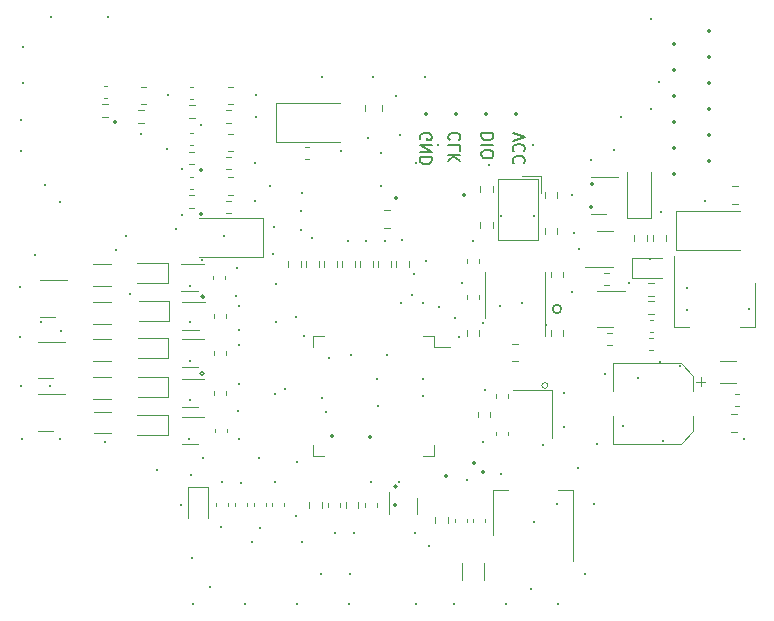
<source format=gbr>
%TF.GenerationSoftware,KiCad,Pcbnew,(6.0.5)*%
%TF.CreationDate,2022-08-22T15:38:44+08:00*%
%TF.ProjectId,SX7H02050048,53583748-3032-4303-9530-3034382e6b69,rev?*%
%TF.SameCoordinates,PX59a5380PY6d321a0*%
%TF.FileFunction,Legend,Bot*%
%TF.FilePolarity,Positive*%
%FSLAX46Y46*%
G04 Gerber Fmt 4.6, Leading zero omitted, Abs format (unit mm)*
G04 Created by KiCad (PCBNEW (6.0.5)) date 2022-08-22 15:38:44*
%MOMM*%
%LPD*%
G01*
G04 APERTURE LIST*
%ADD10C,0.150000*%
%ADD11C,0.120000*%
%ADD12C,0.200000*%
%ADD13C,0.300000*%
%ADD14C,0.350000*%
G04 APERTURE END LIST*
D10*
X140694210Y-88392000D02*
G75*
G03*
X140694210Y-88392000I-359210J0D01*
G01*
X132056142Y-74080761D02*
X132103761Y-74033142D01*
X132151380Y-73890285D01*
X132151380Y-73795047D01*
X132103761Y-73652190D01*
X132008523Y-73556952D01*
X131913285Y-73509333D01*
X131722809Y-73461714D01*
X131579952Y-73461714D01*
X131389476Y-73509333D01*
X131294238Y-73556952D01*
X131199000Y-73652190D01*
X131151380Y-73795047D01*
X131151380Y-73890285D01*
X131199000Y-74033142D01*
X131246619Y-74080761D01*
X132151380Y-74985523D02*
X132151380Y-74509333D01*
X131151380Y-74509333D01*
X132151380Y-75318857D02*
X131151380Y-75318857D01*
X132151380Y-75890285D02*
X131579952Y-75461714D01*
X131151380Y-75890285D02*
X131722809Y-75318857D01*
X134945380Y-73525190D02*
X133945380Y-73525190D01*
X133945380Y-73763285D01*
X133993000Y-73906142D01*
X134088238Y-74001380D01*
X134183476Y-74049000D01*
X134373952Y-74096619D01*
X134516809Y-74096619D01*
X134707285Y-74049000D01*
X134802523Y-74001380D01*
X134897761Y-73906142D01*
X134945380Y-73763285D01*
X134945380Y-73525190D01*
X134945380Y-74525190D02*
X133945380Y-74525190D01*
X133945380Y-75191857D02*
X133945380Y-75382333D01*
X133993000Y-75477571D01*
X134088238Y-75572809D01*
X134278714Y-75620428D01*
X134612047Y-75620428D01*
X134802523Y-75572809D01*
X134897761Y-75477571D01*
X134945380Y-75382333D01*
X134945380Y-75191857D01*
X134897761Y-75096619D01*
X134802523Y-75001380D01*
X134612047Y-74953761D01*
X134278714Y-74953761D01*
X134088238Y-75001380D01*
X133993000Y-75096619D01*
X133945380Y-75191857D01*
X128786000Y-74041095D02*
X128738380Y-73945857D01*
X128738380Y-73803000D01*
X128786000Y-73660142D01*
X128881238Y-73564904D01*
X128976476Y-73517285D01*
X129166952Y-73469666D01*
X129309809Y-73469666D01*
X129500285Y-73517285D01*
X129595523Y-73564904D01*
X129690761Y-73660142D01*
X129738380Y-73803000D01*
X129738380Y-73898238D01*
X129690761Y-74041095D01*
X129643142Y-74088714D01*
X129309809Y-74088714D01*
X129309809Y-73898238D01*
X129738380Y-74517285D02*
X128738380Y-74517285D01*
X129738380Y-75088714D01*
X128738380Y-75088714D01*
X129738380Y-75564904D02*
X128738380Y-75564904D01*
X128738380Y-75803000D01*
X128786000Y-75945857D01*
X128881238Y-76041095D01*
X128976476Y-76088714D01*
X129166952Y-76136333D01*
X129309809Y-76136333D01*
X129500285Y-76088714D01*
X129595523Y-76041095D01*
X129690761Y-75945857D01*
X129738380Y-75803000D01*
X129738380Y-75564904D01*
X136612380Y-73469666D02*
X137612380Y-73803000D01*
X136612380Y-74136333D01*
X137517142Y-75041095D02*
X137564761Y-74993476D01*
X137612380Y-74850619D01*
X137612380Y-74755380D01*
X137564761Y-74612523D01*
X137469523Y-74517285D01*
X137374285Y-74469666D01*
X137183809Y-74422047D01*
X137040952Y-74422047D01*
X136850476Y-74469666D01*
X136755238Y-74517285D01*
X136660000Y-74612523D01*
X136612380Y-74755380D01*
X136612380Y-74850619D01*
X136660000Y-74993476D01*
X136707619Y-75041095D01*
X137517142Y-76041095D02*
X137564761Y-75993476D01*
X137612380Y-75850619D01*
X137612380Y-75755380D01*
X137564761Y-75612523D01*
X137469523Y-75517285D01*
X137374285Y-75469666D01*
X137183809Y-75422047D01*
X137040952Y-75422047D01*
X136850476Y-75469666D01*
X136755238Y-75517285D01*
X136660000Y-75612523D01*
X136612380Y-75755380D01*
X136612380Y-75850619D01*
X136660000Y-75993476D01*
X136707619Y-76041095D01*
D11*
%TO.C,C139*%
X111351600Y-98844980D02*
X111351600Y-98563820D01*
X112371600Y-98844980D02*
X112371600Y-98563820D01*
%TO.C,C148*%
X136517748Y-92810000D02*
X137040252Y-92810000D01*
X136517748Y-91340000D02*
X137040252Y-91340000D01*
%TO.C,R124*%
X109620758Y-76114800D02*
X109146242Y-76114800D01*
X109620758Y-75069800D02*
X109146242Y-75069800D01*
%TO.C,L105*%
X127776500Y-84819258D02*
X127776500Y-84344742D01*
X126731500Y-84819258D02*
X126731500Y-84344742D01*
%TO.C,R134*%
X118632500Y-84819258D02*
X118632500Y-84344742D01*
X117587500Y-84819258D02*
X117587500Y-84344742D01*
%TO.C,C129*%
X109524080Y-73507500D02*
X109242920Y-73507500D01*
X109524080Y-74527500D02*
X109242920Y-74527500D01*
%TO.C,R154*%
X139812500Y-90186742D02*
X139812500Y-90661258D01*
X140857500Y-90186742D02*
X140857500Y-90661258D01*
%TO.C,D7*%
X107367200Y-84494000D02*
X107367200Y-86194000D01*
X107367200Y-86194000D02*
X104817200Y-86194000D01*
X107367200Y-84494000D02*
X104817200Y-84494000D01*
%TO.C,R152*%
X139812500Y-85233742D02*
X139812500Y-85708258D01*
X140857500Y-85233742D02*
X140857500Y-85708258D01*
%TO.C,R102*%
X144288742Y-85329500D02*
X144763258Y-85329500D01*
X144288742Y-86374500D02*
X144763258Y-86374500D01*
%TO.C,R132*%
X112937164Y-73587300D02*
X112483036Y-73587300D01*
X112937164Y-75057300D02*
X112483036Y-75057300D01*
%TO.C,D6*%
X107367200Y-99084200D02*
X104817200Y-99084200D01*
X107367200Y-97384200D02*
X107367200Y-99084200D01*
X107367200Y-97384200D02*
X104817200Y-97384200D01*
%TO.C,R131*%
X105558964Y-71048300D02*
X105104836Y-71048300D01*
X105558964Y-69578300D02*
X105104836Y-69578300D01*
%TO.C,D105*%
X116538800Y-70943200D02*
X121938800Y-70943200D01*
X116538800Y-74243200D02*
X121938800Y-74243200D01*
X116538800Y-74243200D02*
X116538800Y-70943200D01*
%TO.C,C124*%
X117197600Y-104812220D02*
X117197600Y-105093380D01*
X116177600Y-104812220D02*
X116177600Y-105093380D01*
%TO.C,C114*%
X136222200Y-95617420D02*
X136222200Y-95898580D01*
X135202200Y-95617420D02*
X135202200Y-95898580D01*
%TO.C,R127*%
X105381058Y-72613800D02*
X104906542Y-72613800D01*
X105381058Y-71568800D02*
X104906542Y-71568800D01*
%TO.C,C109*%
X124078000Y-71635252D02*
X124078000Y-71112748D01*
X125548000Y-71635252D02*
X125548000Y-71112748D01*
%TO.C,R126*%
X112759258Y-72607700D02*
X112284742Y-72607700D01*
X112759258Y-71562700D02*
X112284742Y-71562700D01*
%TO.C,R103*%
X148561658Y-86236500D02*
X148087142Y-86236500D01*
X148561658Y-87281500D02*
X148087142Y-87281500D01*
%TO.C,R115*%
X125207500Y-84819258D02*
X125207500Y-84344742D01*
X126252500Y-84819258D02*
X126252500Y-84344742D01*
%TO.C,R106*%
X147947500Y-82137742D02*
X147947500Y-82612258D01*
X146902500Y-82137742D02*
X146902500Y-82612258D01*
%TO.C,C111*%
X133221000Y-106439580D02*
X133221000Y-106158420D01*
X134241000Y-106439580D02*
X134241000Y-106158420D01*
%TO.C,C132*%
X125722748Y-81507000D02*
X126245252Y-81507000D01*
X125722748Y-80037000D02*
X126245252Y-80037000D01*
%TO.C,R147*%
X101099536Y-90963800D02*
X102553664Y-90963800D01*
X101099536Y-92783800D02*
X102553664Y-92783800D01*
%TO.C,D8*%
X97180400Y-89088400D02*
X97830400Y-89088400D01*
X97180400Y-89088400D02*
X96530400Y-89088400D01*
X97180400Y-85968400D02*
X96530400Y-85968400D01*
X97180400Y-85968400D02*
X98855400Y-85968400D01*
%TO.C,R135*%
X119111500Y-84344742D02*
X119111500Y-84819258D01*
X120156500Y-84344742D02*
X120156500Y-84819258D01*
%TO.C,D3*%
X146700000Y-85775000D02*
X149250000Y-85775000D01*
X146700000Y-85775000D02*
X146700000Y-84075000D01*
X146700000Y-84075000D02*
X149250000Y-84075000D01*
%TO.C,R114*%
X124728500Y-84344742D02*
X124728500Y-84819258D01*
X123683500Y-84344742D02*
X123683500Y-84819258D01*
%TO.C,R144*%
X101099536Y-84599100D02*
X102553664Y-84599100D01*
X101099536Y-86419100D02*
X102553664Y-86419100D01*
%TO.C,Q106*%
X109970800Y-96664000D02*
X108570800Y-96664000D01*
X108570800Y-94344000D02*
X110470800Y-94344000D01*
D12*
X110436800Y-93853000D02*
G75*
G03*
X110436800Y-93853000I-150000J0D01*
G01*
D11*
%TO.C,C128*%
X102236380Y-69549300D02*
X101955220Y-69549300D01*
X102236380Y-70569300D02*
X101955220Y-70569300D01*
%TO.C,Q103*%
X109970800Y-99851400D02*
X108570800Y-99851400D01*
X108570800Y-97531400D02*
X110470800Y-97531400D01*
%TO.C,R146*%
X101099536Y-94187600D02*
X102553664Y-94187600D01*
X101099536Y-96007600D02*
X102553664Y-96007600D01*
%TO.C,D101*%
X146275000Y-80700000D02*
X146275000Y-76800000D01*
X148275000Y-80700000D02*
X146275000Y-80700000D01*
X148275000Y-80700000D02*
X148275000Y-76800000D01*
%TO.C,R151*%
X140349500Y-82025258D02*
X140349500Y-81550742D01*
X139304500Y-82025258D02*
X139304500Y-81550742D01*
%TO.C,C110*%
X131697000Y-106439580D02*
X131697000Y-106158420D01*
X132717000Y-106439580D02*
X132717000Y-106158420D01*
%TO.C,U104*%
X134219000Y-87249000D02*
X134219000Y-85299000D01*
X139339000Y-87249000D02*
X139339000Y-90699000D01*
X134219000Y-87249000D02*
X134219000Y-89199000D01*
X139339000Y-87249000D02*
X139339000Y-85299000D01*
%TO.C,R150*%
X134888500Y-81042742D02*
X134888500Y-81517258D01*
X133843500Y-81042742D02*
X133843500Y-81517258D01*
%TO.C,R105*%
X148502500Y-82137742D02*
X148502500Y-82612258D01*
X149547500Y-82137742D02*
X149547500Y-82612258D01*
%TO.C,D10*%
X107468800Y-87745200D02*
X104918800Y-87745200D01*
X107468800Y-87745200D02*
X107468800Y-89445200D01*
X107468800Y-89445200D02*
X104918800Y-89445200D01*
%TO.C,D108*%
X143875000Y-77240000D02*
X143225000Y-77240000D01*
X143875000Y-80360000D02*
X144525000Y-80360000D01*
X143875000Y-77240000D02*
X145550000Y-77240000D01*
X143875000Y-80360000D02*
X143225000Y-80360000D01*
%TO.C,C105*%
X155434420Y-95629000D02*
X155715580Y-95629000D01*
X155434420Y-96649000D02*
X155715580Y-96649000D01*
%TO.C,U101*%
X141713000Y-109764000D02*
X141713000Y-103754000D01*
X134893000Y-103754000D02*
X136153000Y-103754000D01*
X134893000Y-107514000D02*
X134893000Y-103754000D01*
X141713000Y-103754000D02*
X140453000Y-103754000D01*
%TO.C,U102*%
X129925600Y-90648000D02*
X129925600Y-91598000D01*
X119705600Y-100868000D02*
X119705600Y-99918000D01*
X120655600Y-90648000D02*
X119705600Y-90648000D01*
X120655600Y-100868000D02*
X119705600Y-100868000D01*
X119705600Y-90648000D02*
X119705600Y-91598000D01*
X128975600Y-100868000D02*
X129925600Y-100868000D01*
X129925600Y-91598000D02*
X131265600Y-91598000D01*
X128975600Y-90648000D02*
X129925600Y-90648000D01*
X129925600Y-100868000D02*
X129925600Y-99918000D01*
%TO.C,D103*%
X144399000Y-89952000D02*
X143749000Y-89952000D01*
X144399000Y-86832000D02*
X143749000Y-86832000D01*
X144399000Y-89952000D02*
X145049000Y-89952000D01*
X144399000Y-86832000D02*
X146074000Y-86832000D01*
%TO.C,Q107*%
X109970800Y-93298200D02*
X108570800Y-93298200D01*
X108570800Y-90978200D02*
X110470800Y-90978200D01*
%TO.C,R101*%
X144542742Y-90409500D02*
X145017258Y-90409500D01*
X144542742Y-91454500D02*
X145017258Y-91454500D01*
%TO.C,D4*%
X110832000Y-103503600D02*
X110832000Y-106053600D01*
X109132000Y-103503600D02*
X109132000Y-106053600D01*
X109132000Y-103503600D02*
X110832000Y-103503600D01*
%TO.C,R145*%
X101099536Y-89657600D02*
X102553664Y-89657600D01*
X101099536Y-87837600D02*
X102553664Y-87837600D01*
%TO.C,Q104*%
X108520000Y-84590400D02*
X110420000Y-84590400D01*
X109920000Y-86910400D02*
X108520000Y-86910400D01*
%TO.C,C141*%
X111300800Y-89142180D02*
X111300800Y-88861020D01*
X112320800Y-89142180D02*
X112320800Y-88861020D01*
%TO.C,Q101*%
X144399000Y-81752000D02*
X145049000Y-81752000D01*
X144399000Y-84872000D02*
X145049000Y-84872000D01*
X144399000Y-84872000D02*
X142724000Y-84872000D01*
X144399000Y-81752000D02*
X143749000Y-81752000D01*
%TO.C,C101*%
X155709252Y-78005000D02*
X155186748Y-78005000D01*
X155709252Y-79475000D02*
X155186748Y-79475000D01*
%TO.C,C127*%
X109524080Y-70614000D02*
X109242920Y-70614000D01*
X109524080Y-69594000D02*
X109242920Y-69594000D01*
%TO.C,C146*%
X133733000Y-84468580D02*
X133733000Y-84187420D01*
X132713000Y-84468580D02*
X132713000Y-84187420D01*
%TO.C,R104*%
X148087142Y-88805500D02*
X148561658Y-88805500D01*
X148087142Y-87760500D02*
X148561658Y-87760500D01*
%TO.C,R136*%
X122159500Y-84344742D02*
X122159500Y-84819258D01*
X123204500Y-84344742D02*
X123204500Y-84819258D01*
%TO.C,R111*%
X134659900Y-97095542D02*
X134659900Y-97570058D01*
X133614900Y-97095542D02*
X133614900Y-97570058D01*
%TO.C,C106*%
X120927400Y-104837620D02*
X120927400Y-105118780D01*
X121947400Y-104837620D02*
X121947400Y-105118780D01*
%TO.C,R113*%
X120635500Y-84344742D02*
X120635500Y-84819258D01*
X121680500Y-84344742D02*
X121680500Y-84819258D01*
%TO.C,R133*%
X112937164Y-77244900D02*
X112483036Y-77244900D01*
X112937164Y-78714900D02*
X112483036Y-78714900D01*
%TO.C,D9*%
X97028000Y-94270000D02*
X97678000Y-94270000D01*
X97028000Y-94270000D02*
X96378000Y-94270000D01*
X97028000Y-91150000D02*
X96378000Y-91150000D01*
X97028000Y-91150000D02*
X98703000Y-91150000D01*
%TO.C,C125*%
X114098800Y-104812220D02*
X114098800Y-105093380D01*
X113078800Y-104812220D02*
X113078800Y-105093380D01*
%TO.C,R149*%
X139304500Y-78502742D02*
X139304500Y-78977258D01*
X140349500Y-78502742D02*
X140349500Y-78977258D01*
%TO.C,C126*%
X111504000Y-104812220D02*
X111504000Y-105093380D01*
X112524000Y-104812220D02*
X112524000Y-105093380D01*
%TO.C,R153*%
X132700500Y-90186742D02*
X132700500Y-90661258D01*
X133745500Y-90186742D02*
X133745500Y-90661258D01*
%TO.C,R107*%
X119365500Y-104740942D02*
X119365500Y-105215458D01*
X120410500Y-104740942D02*
X120410500Y-105215458D01*
%TO.C,R122*%
X109660458Y-72201300D02*
X109185942Y-72201300D01*
X109660458Y-71156300D02*
X109185942Y-71156300D01*
%TO.C,C147*%
X132713000Y-87516580D02*
X132713000Y-87235420D01*
X133733000Y-87516580D02*
X133733000Y-87235420D01*
%TO.C,D102*%
X150397000Y-83438000D02*
X150397000Y-80138000D01*
X150397000Y-83438000D02*
X155797000Y-83438000D01*
X150397000Y-80138000D02*
X155797000Y-80138000D01*
%TO.C,C108*%
X134133000Y-109905748D02*
X134133000Y-111328252D01*
X132313000Y-109905748D02*
X132313000Y-111328252D01*
%TO.C,L101*%
X148452580Y-91897000D02*
X148171420Y-91897000D01*
X148452580Y-90877000D02*
X148171420Y-90877000D01*
%TO.C,C140*%
X112270000Y-85890980D02*
X112270000Y-85609820D01*
X111250000Y-85890980D02*
X111250000Y-85609820D01*
%TO.C,C130*%
X109550580Y-78271800D02*
X109269420Y-78271800D01*
X109550580Y-77251800D02*
X109269420Y-77251800D01*
%TO.C,R108*%
X122464300Y-104740942D02*
X122464300Y-105215458D01*
X123509300Y-104740942D02*
X123509300Y-105215458D01*
%TO.C,C107*%
X155059748Y-97309000D02*
X155582252Y-97309000D01*
X155059748Y-98779000D02*
X155582252Y-98779000D01*
%TO.C,D2*%
X126144800Y-105765400D02*
X126144800Y-103865400D01*
X128464800Y-104365400D02*
X128464800Y-105765400D01*
D12*
X126819800Y-103414400D02*
G75*
G03*
X126819800Y-103414400I-150000J0D01*
G01*
D11*
%TO.C,R130*%
X112924764Y-71082500D02*
X112470636Y-71082500D01*
X112924764Y-69612500D02*
X112470636Y-69612500D01*
%TO.C,C102*%
X148183820Y-90373000D02*
X148464980Y-90373000D01*
X148183820Y-89353000D02*
X148464980Y-89353000D01*
%TO.C,C103*%
X154101748Y-94636000D02*
X155524252Y-94636000D01*
X154101748Y-92816000D02*
X155524252Y-92816000D01*
%TO.C,R117*%
X131078500Y-106009042D02*
X131078500Y-106483558D01*
X130033500Y-106009042D02*
X130033500Y-106483558D01*
%TO.C,D5*%
X97028000Y-98689600D02*
X96378000Y-98689600D01*
X97028000Y-95569600D02*
X98703000Y-95569600D01*
X97028000Y-95569600D02*
X96378000Y-95569600D01*
X97028000Y-98689600D02*
X97678000Y-98689600D01*
%TO.C,Y101*%
X136653000Y-95282000D02*
X139953000Y-95282000D01*
X139953000Y-95282000D02*
X139953000Y-99282000D01*
X139569000Y-94869000D02*
G75*
G03*
X139569000Y-94869000I-250000J0D01*
G01*
%TO.C,C142*%
X112320800Y-95644580D02*
X112320800Y-95363420D01*
X111300800Y-95644580D02*
X111300800Y-95363420D01*
%TO.C,R148*%
X134888500Y-77994742D02*
X134888500Y-78469258D01*
X133843500Y-77994742D02*
X133843500Y-78469258D01*
%TO.C,L104*%
X138772100Y-77388400D02*
X138772100Y-82578400D01*
X138772100Y-77388400D02*
X135352100Y-77388400D01*
X138772100Y-82578400D02*
X135352100Y-82578400D01*
X139012100Y-77138400D02*
X137412100Y-77138400D01*
X135352100Y-77388400D02*
X135352100Y-82578400D01*
X139012100Y-77138400D02*
X139012100Y-78583400D01*
%TO.C,C112*%
X119036220Y-74674000D02*
X119317380Y-74674000D01*
X119036220Y-75694000D02*
X119317380Y-75694000D01*
%TO.C,C104*%
X151873000Y-94047437D02*
X150808563Y-92983000D01*
X151873000Y-94047437D02*
X151873000Y-95333000D01*
X151873000Y-98738563D02*
X150808563Y-99803000D01*
X152506750Y-94151750D02*
X152506750Y-94939250D01*
X151873000Y-98738563D02*
X151873000Y-97453000D01*
X145053000Y-99803000D02*
X145053000Y-97453000D01*
X150808563Y-99803000D02*
X145053000Y-99803000D01*
X152900500Y-94545500D02*
X152113000Y-94545500D01*
X145053000Y-92983000D02*
X145053000Y-95333000D01*
X150808563Y-92983000D02*
X145053000Y-92983000D01*
%TO.C,L102*%
X124051600Y-105118780D02*
X124051600Y-104837620D01*
X125071600Y-105118780D02*
X125071600Y-104837620D01*
%TO.C,R125*%
X109633158Y-78778200D02*
X109158642Y-78778200D01*
X109633158Y-79823200D02*
X109158642Y-79823200D01*
%TO.C,D11*%
X107418000Y-95846000D02*
X104868000Y-95846000D01*
X107418000Y-94146000D02*
X107418000Y-95846000D01*
X107418000Y-94146000D02*
X104868000Y-94146000D01*
%TO.C,C115*%
X135202200Y-99098980D02*
X135202200Y-98817820D01*
X136222200Y-99098980D02*
X136222200Y-98817820D01*
%TO.C,R128*%
X112759258Y-75525100D02*
X112284742Y-75525100D01*
X112759258Y-76570100D02*
X112284742Y-76570100D01*
%TO.C,R129*%
X112759258Y-80278500D02*
X112284742Y-80278500D01*
X112759258Y-79233500D02*
X112284742Y-79233500D01*
%TO.C,D12*%
X107418000Y-90831000D02*
X104868000Y-90831000D01*
X107418000Y-90831000D02*
X107418000Y-92531000D01*
X107418000Y-92531000D02*
X104868000Y-92531000D01*
%TO.C,R143*%
X101126936Y-97083200D02*
X102581064Y-97083200D01*
X101126936Y-98903200D02*
X102581064Y-98903200D01*
%TO.C,Q102*%
X157080000Y-86161000D02*
X157080000Y-89921000D01*
X150260000Y-89921000D02*
X151520000Y-89921000D01*
X157080000Y-89921000D02*
X155820000Y-89921000D01*
X150260000Y-83911000D02*
X150260000Y-89921000D01*
%TO.C,C123*%
X115673600Y-104812220D02*
X115673600Y-105093380D01*
X114653600Y-104812220D02*
X114653600Y-105093380D01*
%TO.C,C143*%
X112293400Y-92268380D02*
X112293400Y-91987220D01*
X111273400Y-92268380D02*
X111273400Y-91987220D01*
%TO.C,R123*%
X102333058Y-71060800D02*
X101858542Y-71060800D01*
X102333058Y-72105800D02*
X101858542Y-72105800D01*
%TO.C,D104*%
X115414000Y-80696800D02*
X115414000Y-83996800D01*
X115414000Y-80696800D02*
X110014000Y-80696800D01*
X115414000Y-83996800D02*
X110014000Y-83996800D01*
%TO.C,Q105*%
X108621600Y-87841600D02*
X110521600Y-87841600D01*
X110021600Y-90161600D02*
X108621600Y-90161600D01*
D12*
X110487600Y-87350600D02*
G75*
G03*
X110487600Y-87350600I-150000J0D01*
G01*
%TD*%
D13*
X107442000Y-70256400D03*
X114858800Y-70307200D03*
X149047200Y-92862400D03*
X110388400Y-101041200D03*
X102057200Y-99669600D03*
X98298000Y-99415600D03*
X97383600Y-94945200D03*
X98348800Y-90220800D03*
X112166400Y-82245200D03*
X116382800Y-81432400D03*
X116281200Y-83718400D03*
X116586000Y-86309200D03*
X118211600Y-89103200D03*
X116586000Y-89509600D03*
X110286800Y-84226400D03*
X117348000Y-95148400D03*
X116484400Y-95605600D03*
X116484400Y-103022400D03*
X115150348Y-101051992D03*
X112014000Y-103073200D03*
X113588800Y-103124000D03*
X114808000Y-79248000D03*
X114808000Y-76047600D03*
X114858800Y-72136000D03*
X116027200Y-77978000D03*
X113131600Y-87274400D03*
X113385600Y-90170000D03*
X113378518Y-99433994D03*
X113334800Y-97028000D03*
X113385600Y-94742000D03*
X113385600Y-88138000D03*
X113284000Y-84886800D03*
X104190800Y-87122000D03*
X103022400Y-83362800D03*
X103886000Y-82194400D03*
X96672400Y-89458800D03*
X97028000Y-77876400D03*
X109270800Y-86410800D03*
X109270800Y-89501611D03*
X109270800Y-92760800D03*
X109270800Y-96113600D03*
X109220000Y-99364800D03*
X109372400Y-102412800D03*
X108102400Y-81647300D03*
X107289600Y-74828400D03*
X105156000Y-73609200D03*
X110236000Y-72847200D03*
X108559600Y-80416400D03*
X108559600Y-76581000D03*
D14*
X110185200Y-76606400D03*
X110236000Y-80365600D03*
X102959400Y-72599300D03*
D13*
X102362000Y-63703200D03*
X130302000Y-74549000D03*
X97536000Y-63652400D03*
X121031000Y-92583000D03*
X123113800Y-107340400D03*
X94996000Y-75000000D03*
X141605000Y-86995000D03*
X145796000Y-72136000D03*
X113385600Y-91453780D03*
X109499400Y-113411000D03*
D14*
X130938280Y-102576500D03*
D13*
X148336000Y-63881000D03*
X125984000Y-92329000D03*
X140970000Y-95504000D03*
X114528600Y-108127800D03*
X149175000Y-80225000D03*
X140462000Y-113411000D03*
X150749000Y-93218000D03*
X143764000Y-99822000D03*
X140970000Y-98425000D03*
X128422400Y-113411000D03*
X132285506Y-86185110D03*
X138303000Y-74549000D03*
X129514600Y-108432600D03*
D14*
X126746000Y-78994000D03*
D13*
X132715000Y-102895400D03*
X140335000Y-104902000D03*
X118961900Y-90678000D03*
X122769084Y-113411000D03*
X122834400Y-110845600D03*
X131615540Y-113411000D03*
X134239000Y-95250000D03*
X118694200Y-81686400D03*
X156210000Y-99441000D03*
X139192000Y-99949000D03*
X138430000Y-106426000D03*
X135636000Y-102362000D03*
X156591000Y-88392000D03*
X118668800Y-80086200D03*
X151384000Y-88519000D03*
X94894400Y-86512400D03*
X141650000Y-78725000D03*
X127076200Y-73634600D03*
X125399800Y-75209400D03*
X143256000Y-75819000D03*
X121539000Y-107391200D03*
X137414000Y-87884000D03*
X142174047Y-83313290D03*
X128397000Y-76073000D03*
X142748000Y-110871000D03*
X128295400Y-107365800D03*
X138176000Y-112141000D03*
X125222000Y-96647000D03*
D14*
X132461000Y-78740000D03*
D13*
X131699000Y-89154000D03*
X148336000Y-71501000D03*
X95046800Y-99364800D03*
X95148400Y-66192400D03*
X124333000Y-73914000D03*
X120426480Y-68783200D03*
X125095000Y-94361000D03*
X109474000Y-109474000D03*
X125476000Y-77978000D03*
X144373600Y-93878400D03*
X129286000Y-84328000D03*
X134112000Y-99695000D03*
X118719600Y-108127800D03*
X118345856Y-113411000D03*
X120777000Y-97155000D03*
X111861600Y-106883200D03*
X134620000Y-76200000D03*
X94996000Y-72390000D03*
X94894400Y-90728800D03*
X143510000Y-104902000D03*
X95148400Y-69291200D03*
X106476800Y-102057200D03*
D14*
X121310400Y-99187000D03*
X126605300Y-105003600D03*
D13*
X145161000Y-74930000D03*
X120319800Y-110871000D03*
X129184400Y-68783200D03*
X148971000Y-69215000D03*
X147193000Y-94234000D03*
X145923000Y-98298000D03*
X118313200Y-101346000D03*
X115214400Y-106934000D03*
X113922628Y-113411000D03*
X110947200Y-111963200D03*
X122072400Y-75006200D03*
X94945200Y-94894400D03*
X118237000Y-105918000D03*
X124805440Y-68783200D03*
X152908000Y-79248000D03*
X149352000Y-99568000D03*
X136038768Y-113411000D03*
X108508800Y-105003600D03*
X142113000Y-101854000D03*
D14*
X124510800Y-99237800D03*
D13*
X130368000Y-88199000D03*
X128270000Y-85471000D03*
X120478931Y-95901742D03*
X135509000Y-88138000D03*
D14*
X134112000Y-102235000D03*
D13*
X129032000Y-94361000D03*
D14*
X133324600Y-101447600D03*
D13*
X126738000Y-70350000D03*
X129032000Y-95758000D03*
X127254000Y-82550000D03*
D14*
X143280000Y-77790000D03*
X143230000Y-79790000D03*
D13*
X133223000Y-82677000D03*
X141800000Y-81950000D03*
X146411500Y-86168500D03*
X98247200Y-79375000D03*
X96113600Y-83820000D03*
X129032000Y-87884000D03*
X127127000Y-87884000D03*
X138430000Y-80518000D03*
X135636000Y-80518000D03*
X122936000Y-92329000D03*
X134112000Y-89599000D03*
X132080000Y-90805000D03*
X139446000Y-89724000D03*
X151370000Y-86614000D03*
X119634000Y-82346800D03*
X124206000Y-82677000D03*
X125769500Y-82671616D03*
X118745000Y-78562200D03*
X122682000Y-82677000D03*
X124561600Y-103073200D03*
X127000000Y-103047800D03*
X128065600Y-87171600D03*
X148225000Y-84205000D03*
D14*
X136896000Y-71882000D03*
X134356000Y-71882000D03*
X131816000Y-71882000D03*
X129276000Y-71882000D03*
X153250000Y-75850000D03*
X153250000Y-73650000D03*
X153250000Y-71450000D03*
X153250000Y-69250000D03*
X153250000Y-67050000D03*
X153250000Y-64850000D03*
X150250000Y-76950000D03*
X150250000Y-74750000D03*
X150250000Y-72550000D03*
X150250000Y-70350000D03*
X150250000Y-68150000D03*
X150250000Y-65950000D03*
M02*

</source>
